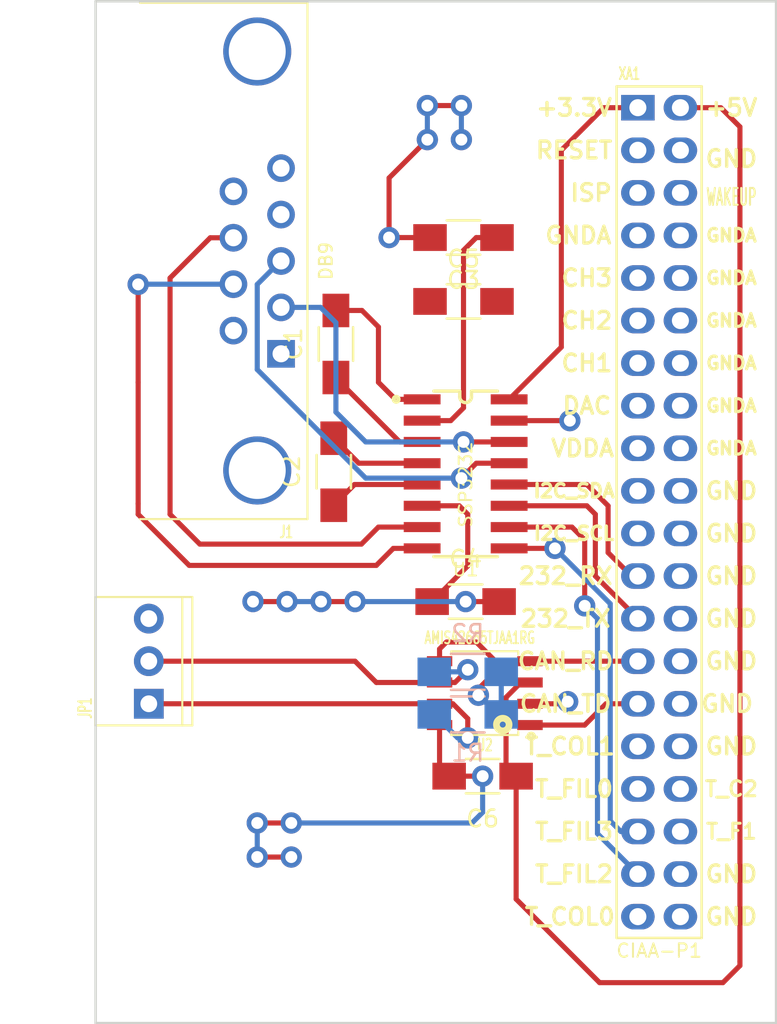
<source format=kicad_pcb>
(kicad_pcb (version 4) (host pcbnew 4.0.0-rc1-stable)

  (general
    (links 44)
    (no_connects 18)
    (area 145.748699 81.640699 192.480001 142.950001)
    (thickness 1.6)
    (drawings 4)
    (tracks 163)
    (zones 0)
    (modules 13)
    (nets 23)
  )

  (page A4)
  (layers
    (0 F.Cu signal)
    (31 B.Cu signal)
    (32 B.Adhes user)
    (33 F.Adhes user)
    (34 B.Paste user)
    (35 F.Paste user)
    (36 B.SilkS user)
    (37 F.SilkS user)
    (38 B.Mask user)
    (39 F.Mask user)
    (40 Dwgs.User user)
    (41 Cmts.User user)
    (42 Eco1.User user)
    (43 Eco2.User user)
    (44 Edge.Cuts user)
    (45 Margin user)
    (46 B.CrtYd user)
    (47 F.CrtYd user)
    (48 B.Fab user)
    (49 F.Fab user)
  )

  (setup
    (last_trace_width 0.3048)
    (trace_clearance 0.3048)
    (zone_clearance 0.508)
    (zone_45_only no)
    (trace_min 0.2)
    (segment_width 0.2)
    (edge_width 0.15)
    (via_size 1.27)
    (via_drill 0.7112)
    (via_min_size 0.4)
    (via_min_drill 0.3)
    (uvia_size 1.27)
    (uvia_drill 0.7112)
    (uvias_allowed no)
    (uvia_min_size 0.2)
    (uvia_min_drill 0.1)
    (pcb_text_width 0.3)
    (pcb_text_size 1.5 1.5)
    (mod_edge_width 0.15)
    (mod_text_size 1 1)
    (mod_text_width 0.15)
    (pad_size 1.524 1.524)
    (pad_drill 0.762)
    (pad_to_mask_clearance 0.2)
    (aux_axis_origin 0 0)
    (visible_elements 7FFFFFFF)
    (pcbplotparams
      (layerselection 0x00030_80000001)
      (usegerberextensions false)
      (excludeedgelayer true)
      (linewidth 0.100000)
      (plotframeref false)
      (viasonmask false)
      (mode 1)
      (useauxorigin false)
      (hpglpennumber 1)
      (hpglpenspeed 20)
      (hpglpendiameter 15)
      (hpglpenoverlay 2)
      (psnegative false)
      (psa4output false)
      (plotreference true)
      (plotvalue true)
      (plotinvisibletext false)
      (padsonsilk false)
      (subtractmaskfromsilk false)
      (outputformat 1)
      (mirror false)
      (drillshape 1)
      (scaleselection 1)
      (outputdirectory ""))
  )

  (net 0 "")
  (net 1 "Net-(C1-Pad1)")
  (net 2 "Net-(C1-Pad2)")
  (net 3 "Net-(C2-Pad1)")
  (net 4 "Net-(C2-Pad2)")
  (net 5 GND)
  (net 6 "Net-(C3-Pad2)")
  (net 7 "Net-(C4-Pad2)")
  (net 8 +3.3V)
  (net 9 +5V)
  (net 10 "Net-(J1-Pad2)")
  (net 11 "Net-(J1-Pad3)")
  (net 12 "Net-(J1-Pad7)")
  (net 13 "Net-(J1-Pad8)")
  (net 14 "/Conector Ycan/CAN_P")
  (net 15 "/Conector Ycan/CAN_N")
  (net 16 "Net-(R1-Pad2)")
  (net 17 "/Conector Ycan/RTS")
  (net 18 "/Conector Ycan/CTS")
  (net 19 "/Conector Ycan/RXD")
  (net 20 "/Conector Ycan/TXD")
  (net 21 "/Conector Ycan/CAN_TX")
  (net 22 "/Conector Ycan/CAN_RX")

  (net_class Default "This is the default net class."
    (clearance 0.3048)
    (trace_width 0.3048)
    (via_dia 1.27)
    (via_drill 0.7112)
    (uvia_dia 1.27)
    (uvia_drill 0.7112)
    (add_net +3.3V)
    (add_net +5V)
    (add_net "/Conector Ycan/CAN_N")
    (add_net "/Conector Ycan/CAN_P")
    (add_net "/Conector Ycan/CAN_RX")
    (add_net "/Conector Ycan/CAN_TX")
    (add_net "/Conector Ycan/CTS")
    (add_net "/Conector Ycan/RTS")
    (add_net "/Conector Ycan/RXD")
    (add_net "/Conector Ycan/TXD")
    (add_net GND)
    (add_net "Net-(C1-Pad1)")
    (add_net "Net-(C1-Pad2)")
    (add_net "Net-(C2-Pad1)")
    (add_net "Net-(C2-Pad2)")
    (add_net "Net-(C3-Pad2)")
    (add_net "Net-(C4-Pad2)")
    (add_net "Net-(J1-Pad2)")
    (add_net "Net-(J1-Pad3)")
    (add_net "Net-(J1-Pad7)")
    (add_net "Net-(J1-Pad8)")
    (add_net "Net-(R1-Pad2)")
  )

  (module ej2:DB9_F_TH (layer F.Cu) (tedit 565607B0) (tstamp 565E001A)
    (at 161.417 97.409 90)
    (path /565DDBF1/565E1AA8)
    (fp_text reference J1 (at -16.165 1.735 180) (layer F.SilkS)
      (effects (font (size 0.7112 0.4572) (thickness 0.1143)))
    )
    (fp_text value DB9 (at 0 4.1 90) (layer F.SilkS)
      (effects (font (size 0.762 0.762) (thickness 0.127)))
    )
    (fp_line (start 15.4 3) (end 15.4 -7) (layer F.SilkS) (width 0.127))
    (fp_line (start 15.4 -9.5) (end 15.4 -7) (layer Dwgs.User) (width 0.127))
    (fp_line (start -15.4 3) (end -15.4 -7) (layer F.SilkS) (width 0.127))
    (fp_line (start -15.4 -9.5) (end -15.4 -7) (layer Dwgs.User) (width 0.127))
    (fp_line (start -15.4 -9.1) (end 15.4 -9.1) (layer Dwgs.User) (width 0.127))
    (fp_arc (start -14.2 -14.3) (end -14.2 -14.5) (angle 90) (layer Dwgs.User) (width 0.127))
    (fp_arc (start -13.8 -14.3) (end -14 -14.3) (angle 90) (layer Dwgs.User) (width 0.127))
    (fp_arc (start -10.8 -14.3) (end -11 -14.3) (angle 90) (layer Dwgs.User) (width 0.127))
    (fp_arc (start -11.2 -14.3) (end -11.2 -14.5) (angle 90) (layer Dwgs.User) (width 0.127))
    (fp_arc (start 11.2 -14.3) (end 11 -14.3) (angle 90) (layer Dwgs.User) (width 0.127))
    (fp_arc (start 10.8 -14.3) (end 10.8 -14.5) (angle 90) (layer Dwgs.User) (width 0.127))
    (fp_arc (start 14.2 -14.3) (end 14 -14.3) (angle 90) (layer Dwgs.User) (width 0.127))
    (fp_arc (start 13.8 -14.3) (end 13.8 -14.5) (angle 90) (layer Dwgs.User) (width 0.127))
    (fp_line (start 10 -14.1) (end 10 -9.5) (layer Dwgs.User) (width 0.127))
    (fp_line (start 15 -14.1) (end 15 -9.5) (layer Dwgs.User) (width 0.127))
    (fp_line (start 10.4 -14.5) (end 14.6 -14.5) (layer Dwgs.User) (width 0.127))
    (fp_line (start -15 -14.1) (end -15 -9.5) (layer Dwgs.User) (width 0.127))
    (fp_line (start -10 -14.1) (end -10 -9.5) (layer Dwgs.User) (width 0.127))
    (fp_line (start -14.6 -14.5) (end -10.4 -14.5) (layer Dwgs.User) (width 0.127))
    (fp_arc (start -14.6 -14.1) (end -15 -14.1) (angle 90) (layer Dwgs.User) (width 0.127))
    (fp_arc (start -10.4 -14.1) (end -10.4 -14.5) (angle 90) (layer Dwgs.User) (width 0.127))
    (fp_arc (start 10.4 -14.1) (end 10 -14.1) (angle 90) (layer Dwgs.User) (width 0.127))
    (fp_arc (start 14.6 -14.1) (end 14.6 -14.5) (angle 90) (layer Dwgs.User) (width 0.127))
    (fp_line (start 14 -14.5) (end 14 -9.5) (layer Dwgs.User) (width 0.127))
    (fp_line (start 11 -14.5) (end 11 -9.5) (layer Dwgs.User) (width 0.127))
    (fp_line (start -11 -14.5) (end -11 -9.5) (layer Dwgs.User) (width 0.127))
    (fp_line (start -14 -14.5) (end -14 -9.5) (layer Dwgs.User) (width 0.127))
    (fp_line (start 7.8 -15.3) (end -7.8 -15.3) (layer Dwgs.User) (width 0.127))
    (fp_line (start 8.2 -14.9) (end 8.2 -9.5) (layer Dwgs.User) (width 0.127))
    (fp_line (start -8.2 -14.9) (end -8.2 -9.5) (layer Dwgs.User) (width 0.127))
    (fp_arc (start -7.8 -14.9) (end -8.2 -14.9) (angle 90) (layer Dwgs.User) (width 0.127))
    (fp_arc (start 7.8 -14.9) (end 7.8 -15.3) (angle 90) (layer Dwgs.User) (width 0.127))
    (fp_line (start 15.4 3) (end -15.4 3) (layer F.SilkS) (width 0.127))
    (fp_line (start -15.4 -9.5) (end 15.4 -9.5) (layer Dwgs.User) (width 0.127))
    (pad 1 thru_hole rect (at -5.5372 1.4224 90) (size 1.651 1.651) (drill 1.016) (layers *.Cu *.Mask))
    (pad 2 thru_hole circle (at -2.7686 1.4224 90) (size 1.651 1.651) (drill 1.016) (layers *.Cu *.Mask)
      (net 10 "Net-(J1-Pad2)"))
    (pad 3 thru_hole circle (at 0 1.4224 90) (size 1.651 1.651) (drill 1.016) (layers *.Cu *.Mask)
      (net 11 "Net-(J1-Pad3)"))
    (pad 4 thru_hole circle (at 2.7686 1.4224 90) (size 1.651 1.651) (drill 1.016) (layers *.Cu *.Mask))
    (pad 5 thru_hole circle (at 5.5372 1.4224 90) (size 1.651 1.651) (drill 1.016) (layers *.Cu *.Mask)
      (net 5 GND))
    (pad 6 thru_hole circle (at -4.1529 -1.4224 90) (size 1.651 1.651) (drill 1.016) (layers *.Cu *.Mask))
    (pad 7 thru_hole circle (at -1.3843 -1.4224 90) (size 1.651 1.651) (drill 1.016) (layers *.Cu *.Mask)
      (net 12 "Net-(J1-Pad7)"))
    (pad 8 thru_hole circle (at 1.3843 -1.4224 90) (size 1.651 1.651) (drill 1.016) (layers *.Cu *.Mask)
      (net 13 "Net-(J1-Pad8)"))
    (pad 9 thru_hole circle (at 4.1529 -1.4224 90) (size 1.651 1.651) (drill 1.016) (layers *.Cu *.Mask))
    (pad 10 thru_hole circle (at -12.4968 0 90) (size 4.064 4.064) (drill 3.4) (layers *.Cu *.Mask))
    (pad 11 thru_hole circle (at 12.4968 0 90) (size 4.064 4.064) (drill 3.4) (layers *.Cu *.Mask))
    (model ${KIPRJMOD}/ej2.3dshapes/db_9f.wrl
      (at (xyz 0 0.31 0))
      (scale (xyz 1 1.1 1))
      (rotate (xyz 0 0 180))
    )
  )

  (module ej2:CON_PALETA_3 (layer F.Cu) (tedit 55918D28) (tstamp 565E0021)
    (at 154.94 121.285 90)
    (path /565DDBB1/565DF92F)
    (fp_text reference JP1 (at -2.8 -3.8 90) (layer F.SilkS)
      (effects (font (size 0.762 0.4572) (thickness 0.127)))
    )
    (fp_text value CONN_3 (at 0 3.3 90) (layer F.Fab)
      (effects (font (size 0.762 0.4572) (thickness 0.127)))
    )
    (fp_line (start 3.83 -3.2) (end 3.83 2.6) (layer F.SilkS) (width 0.127))
    (fp_line (start -3.83 -3.2) (end 3.83 -3.2) (layer F.SilkS) (width 0.127))
    (fp_line (start -3.83 2.6) (end -3.83 -3.2) (layer F.SilkS) (width 0.127))
    (fp_line (start 3.83 2.6) (end -3.83 2.6) (layer F.SilkS) (width 0.127))
    (fp_line (start 3.83 2) (end -3.83 2) (layer F.SilkS) (width 0.127))
    (pad 1 thru_hole rect (at -2.54 0 90) (size 1.778 1.778) (drill 1) (layers *.Cu *.Mask)
      (net 14 "/Conector Ycan/CAN_P"))
    (pad 2 thru_hole circle (at 0 0 90) (size 1.778 1.778) (drill 1) (layers *.Cu *.Mask)
      (net 15 "/Conector Ycan/CAN_N"))
    (pad 3 thru_hole circle (at 2.54 0 90) (size 1.778 1.778) (drill 1) (layers *.Cu *.Mask)
      (net 5 GND))
    (model ${KIPRJMOD}/ej2.3dshapes/CON_PALETA_3.wrl
      (at (xyz 0 0.012 0))
      (scale (xyz 0.395 0.395 0.395))
      (rotate (xyz 0 0 180))
    )
  )

  (module ej2:R_1206_HandSoldering (layer B.Cu) (tedit 5418A20D) (tstamp 565E0027)
    (at 173.99 124.46)
    (descr "Resistor SMD 1206, hand soldering")
    (tags "resistor 1206")
    (path /565DDBB1/565DFA07)
    (attr smd)
    (fp_text reference R1 (at 0 2.3) (layer B.SilkS)
      (effects (font (size 1 1) (thickness 0.15)) (justify mirror))
    )
    (fp_text value R (at 0 -2.3) (layer B.Fab)
      (effects (font (size 1 1) (thickness 0.15)) (justify mirror))
    )
    (fp_line (start -3.3 1.2) (end 3.3 1.2) (layer B.CrtYd) (width 0.05))
    (fp_line (start -3.3 -1.2) (end 3.3 -1.2) (layer B.CrtYd) (width 0.05))
    (fp_line (start -3.3 1.2) (end -3.3 -1.2) (layer B.CrtYd) (width 0.05))
    (fp_line (start 3.3 1.2) (end 3.3 -1.2) (layer B.CrtYd) (width 0.05))
    (fp_line (start 1 -1.075) (end -1 -1.075) (layer B.SilkS) (width 0.15))
    (fp_line (start -1 1.075) (end 1 1.075) (layer B.SilkS) (width 0.15))
    (pad 1 smd rect (at -2 0) (size 2 1.7) (layers B.Cu B.Paste B.Mask)
      (net 14 "/Conector Ycan/CAN_P"))
    (pad 2 smd rect (at 2 0) (size 2 1.7) (layers B.Cu B.Paste B.Mask)
      (net 16 "Net-(R1-Pad2)"))
    (model Resistors_SMD.3dshapes/R_1206_HandSoldering.wrl
      (at (xyz 0 0 0))
      (scale (xyz 1 1 1))
      (rotate (xyz 0 0 0))
    )
  )

  (module ej2:R_1206_HandSoldering (layer B.Cu) (tedit 5418A20D) (tstamp 565E002D)
    (at 173.99 121.92 180)
    (descr "Resistor SMD 1206, hand soldering")
    (tags "resistor 1206")
    (path /565DDBB1/565DFA4C)
    (attr smd)
    (fp_text reference R2 (at 0 2.3 180) (layer B.SilkS)
      (effects (font (size 1 1) (thickness 0.15)) (justify mirror))
    )
    (fp_text value R (at 0 -2.3 180) (layer B.Fab)
      (effects (font (size 1 1) (thickness 0.15)) (justify mirror))
    )
    (fp_line (start -3.3 1.2) (end 3.3 1.2) (layer B.CrtYd) (width 0.05))
    (fp_line (start -3.3 -1.2) (end 3.3 -1.2) (layer B.CrtYd) (width 0.05))
    (fp_line (start -3.3 1.2) (end -3.3 -1.2) (layer B.CrtYd) (width 0.05))
    (fp_line (start 3.3 1.2) (end 3.3 -1.2) (layer B.CrtYd) (width 0.05))
    (fp_line (start 1 -1.075) (end -1 -1.075) (layer B.SilkS) (width 0.15))
    (fp_line (start -1 1.075) (end 1 1.075) (layer B.SilkS) (width 0.15))
    (pad 1 smd rect (at -2 0 180) (size 2 1.7) (layers B.Cu B.Paste B.Mask)
      (net 16 "Net-(R1-Pad2)"))
    (pad 2 smd rect (at 2 0 180) (size 2 1.7) (layers B.Cu B.Paste B.Mask)
      (net 15 "/Conector Ycan/CAN_N"))
    (model Resistors_SMD.3dshapes/R_1206_HandSoldering.wrl
      (at (xyz 0 0 0))
      (scale (xyz 1 1 1))
      (rotate (xyz 0 0 0))
    )
  )

  (module ej2:SP3232ECN-SOIC16N (layer F.Cu) (tedit 5656340C) (tstamp 565E0041)
    (at 173.863 110.109 270)
    (descr "SMALL OUTLINE INTEGRATED CIRCUIT")
    (tags "SMALL OUTLINE INTEGRATED CIRCUIT")
    (path /565DDBF1/565DEAC9)
    (attr smd)
    (fp_text reference U1 (at 5.715 0 360) (layer F.SilkS)
      (effects (font (size 0.762 0.762) (thickness 0.1143)))
    )
    (fp_text value SSP3232 (at 0.635 0 270) (layer F.SilkS)
      (effects (font (size 0.762 0.762) (thickness 0.1143)))
    )
    (fp_line (start -4.6 0.35) (end -4.9 0.35) (layer F.SilkS) (width 0.2032))
    (fp_line (start -4.6 -0.35) (end -4.9 -0.35) (layer F.SilkS) (width 0.2032))
    (fp_arc (start -4.6 0) (end -4.6 -0.35) (angle 180) (layer F.SilkS) (width 0.2032))
    (fp_circle (center -4.45 4.15) (end -4.35 4.05) (layer F.SilkS) (width 0.254))
    (fp_line (start -4.93776 1.89992) (end -4.93776 0.35) (layer F.SilkS) (width 0.2032))
    (fp_line (start -4.93776 -0.35) (end -4.93776 -1.89992) (layer F.SilkS) (width 0.2032))
    (fp_line (start 4.93776 -1.89992) (end 4.93776 1.39954) (layer F.SilkS) (width 0.2032))
    (fp_line (start 4.93776 1.39954) (end 4.93776 1.89992) (layer F.SilkS) (width 0.2032))
    (pad 1 smd rect (at -4.445 2.59842 270) (size 0.59944 2.19964) (layers F.Cu F.Paste F.Mask)
      (net 1 "Net-(C1-Pad1)"))
    (pad 2 smd rect (at -3.175 2.59842 270) (size 0.59944 2.19964) (layers F.Cu F.Paste F.Mask)
      (net 6 "Net-(C3-Pad2)"))
    (pad 3 smd rect (at -1.905 2.59842 270) (size 0.59944 2.19964) (layers F.Cu F.Paste F.Mask)
      (net 2 "Net-(C1-Pad2)"))
    (pad 4 smd rect (at -0.635 2.59842 270) (size 0.59944 2.19964) (layers F.Cu F.Paste F.Mask)
      (net 3 "Net-(C2-Pad1)"))
    (pad 5 smd rect (at 0.635 2.59842 270) (size 0.59944 2.19964) (layers F.Cu F.Paste F.Mask)
      (net 4 "Net-(C2-Pad2)"))
    (pad 6 smd rect (at 1.905 2.59842 270) (size 0.59944 2.19964) (layers F.Cu F.Paste F.Mask)
      (net 7 "Net-(C4-Pad2)"))
    (pad 7 smd rect (at 3.175 2.59842 270) (size 0.59944 2.19964) (layers F.Cu F.Paste F.Mask)
      (net 13 "Net-(J1-Pad8)"))
    (pad 8 smd rect (at 4.445 2.59842 270) (size 0.59944 2.19964) (layers F.Cu F.Paste F.Mask)
      (net 12 "Net-(J1-Pad7)"))
    (pad 9 smd rect (at 4.445 -2.59842 270) (size 0.59944 2.19964) (layers F.Cu F.Paste F.Mask)
      (net 17 "/Conector Ycan/RTS"))
    (pad 10 smd rect (at 3.175 -2.59842 270) (size 0.59944 2.19964) (layers F.Cu F.Paste F.Mask)
      (net 18 "/Conector Ycan/CTS"))
    (pad 11 smd rect (at 1.905 -2.59842 270) (size 0.59944 2.19964) (layers F.Cu F.Paste F.Mask)
      (net 19 "/Conector Ycan/RXD"))
    (pad 12 smd rect (at 0.635 -2.59842 270) (size 0.59944 2.19964) (layers F.Cu F.Paste F.Mask)
      (net 20 "/Conector Ycan/TXD"))
    (pad 13 smd rect (at -0.635 -2.59842 270) (size 0.59944 2.19964) (layers F.Cu F.Paste F.Mask)
      (net 11 "Net-(J1-Pad3)"))
    (pad 14 smd rect (at -1.905 -2.59842 270) (size 0.59944 2.19964) (layers F.Cu F.Paste F.Mask)
      (net 10 "Net-(J1-Pad2)"))
    (pad 15 smd rect (at -3.175 -2.59842 270) (size 0.59944 2.19964) (layers F.Cu F.Paste F.Mask)
      (net 5 GND))
    (pad 16 smd rect (at -4.445 -2.59842 270) (size 0.59944 2.19964) (layers F.Cu F.Paste F.Mask)
      (net 8 +3.3V))
    (model ${KIPRJMOD}/ej2.3dshapes/so-16.wrl
      (at (xyz 0 0 0))
      (scale (xyz 1 1 1))
      (rotate (xyz 0 0 0))
    )
  )

  (module ej2:SOIC-8 (layer F.Cu) (tedit 53B412FC) (tstamp 565E004D)
    (at 175.006 123.19 180)
    (descr SO-8)
    (path /565DDBB1/565DFA77)
    (fp_text reference U2 (at 0 -3.1 180) (layer F.SilkS)
      (effects (font (size 0.7112 0.4572) (thickness 0.1143)))
    )
    (fp_text value AMIS42665TJAA1RG (at 0.3 3.3 180) (layer F.SilkS)
      (effects (font (size 0.7112 0.4572) (thickness 0.1143)))
    )
    (fp_line (start -2 -2.5) (end -2 -2.3) (layer F.SilkS) (width 0.127))
    (fp_line (start -2 2.5) (end -2 2.3) (layer F.SilkS) (width 0.127))
    (fp_line (start 2 2.5) (end 2 2.3) (layer F.SilkS) (width 0.127))
    (fp_line (start 2 -2.5) (end 2 -2.3) (layer F.SilkS) (width 0.127))
    (fp_circle (center -2.7746 -2.5764) (end -2.8 -2.5) (layer F.SilkS) (width 0.2032))
    (fp_line (start 2 -2.5) (end -2 -2.5) (layer F.SilkS) (width 0.127))
    (fp_line (start -2 2.5) (end 2 2.5) (layer F.SilkS) (width 0.127))
    (fp_circle (center -1.0746 -1.8764) (end -1.1 -1.7) (layer F.SilkS) (width 0.4))
    (pad 1 smd rect (at -2.7 -1.905 90) (size 0.6 1.52) (layers F.Cu F.Paste F.Mask)
      (net 21 "/Conector Ycan/CAN_TX"))
    (pad 2 smd rect (at -2.7 -0.635 90) (size 0.6 1.52) (layers F.Cu F.Paste F.Mask)
      (net 5 GND))
    (pad 3 smd rect (at -2.7 0.635 90) (size 0.6 1.52) (layers F.Cu F.Paste F.Mask)
      (net 9 +5V))
    (pad 4 smd rect (at -2.7 1.905 90) (size 0.6 1.52) (layers F.Cu F.Paste F.Mask)
      (net 22 "/Conector Ycan/CAN_RX"))
    (pad 5 smd rect (at 2.7 1.905 90) (size 0.6 1.52) (layers F.Cu F.Paste F.Mask)
      (net 16 "Net-(R1-Pad2)"))
    (pad 6 smd rect (at 2.7 0.635 90) (size 0.6 1.52) (layers F.Cu F.Paste F.Mask)
      (net 15 "/Conector Ycan/CAN_N"))
    (pad 7 smd rect (at 2.7 -0.635 90) (size 0.6 1.52) (layers F.Cu F.Paste F.Mask)
      (net 14 "/Conector Ycan/CAN_P"))
    (pad 8 smd rect (at 2.7 -1.905 90) (size 0.6 1.52) (layers F.Cu F.Paste F.Mask)
      (net 5 GND))
    (model ${KIPRJMOD}/ej2.3dshapes/so-8.wrl
      (at (xyz 0 0 0))
      (scale (xyz 1 1 1))
      (rotate (xyz 0 0 90))
    )
  )

  (module ej2:Conn_Poncho_Derecha (layer F.Cu) (tedit 565779F5) (tstamp 565E0079)
    (at 184.15 88.265)
    (tags "CONN Poncho")
    (path /565DDBB1/565DF3F5)
    (fp_text reference XA1 (at -0.508 -2.032) (layer F.SilkS)
      (effects (font (size 0.7112 0.4572) (thickness 0.1143)))
    )
    (fp_text value Conn_Poncho2P_2x_20x2 (at -1.905 51.181) (layer F.SilkS) hide
      (effects (font (size 0.7112 0.4572) (thickness 0.1143)))
    )
    (fp_text user GND (at 5.588 48.26) (layer F.SilkS)
      (effects (font (size 1 1) (thickness 0.2)))
    )
    (fp_text user GND (at 5.588 45.72) (layer F.SilkS)
      (effects (font (size 1 1) (thickness 0.2)))
    )
    (fp_text user T_F1 (at 5.588 43.18) (layer F.SilkS)
      (effects (font (size 0.9 0.9) (thickness 0.18)))
    )
    (fp_text user T_C2 (at 5.588 40.64) (layer F.SilkS)
      (effects (font (size 0.9 0.9) (thickness 0.18)))
    )
    (fp_text user GND (at 5.588 38.1) (layer F.SilkS)
      (effects (font (size 1 1) (thickness 0.2)))
    )
    (fp_text user GND (at 5.334 35.56) (layer F.SilkS)
      (effects (font (size 1 1) (thickness 0.2)))
    )
    (fp_text user GND (at 5.588 33.02) (layer F.SilkS)
      (effects (font (size 1 1) (thickness 0.2)))
    )
    (fp_text user GND (at 5.588 30.48) (layer F.SilkS)
      (effects (font (size 1 1) (thickness 0.2)))
    )
    (fp_text user GND (at 5.588 27.94) (layer F.SilkS)
      (effects (font (size 1 1) (thickness 0.2)))
    )
    (fp_text user GND (at 5.588 25.4) (layer F.SilkS)
      (effects (font (size 1 1) (thickness 0.2)))
    )
    (fp_text user GND (at 5.588 22.86) (layer F.SilkS)
      (effects (font (size 1 1) (thickness 0.2)))
    )
    (fp_text user GNDA (at 5.588 20.32) (layer F.SilkS)
      (effects (font (size 0.76 0.76) (thickness 0.19)))
    )
    (fp_text user GNDA (at 5.588 17.78) (layer F.SilkS)
      (effects (font (size 0.76 0.76) (thickness 0.19)))
    )
    (fp_text user GNDA (at 5.588 15.24) (layer F.SilkS)
      (effects (font (size 0.76 0.76) (thickness 0.19)))
    )
    (fp_text user GNDA (at 5.588 12.7) (layer F.SilkS)
      (effects (font (size 0.76 0.76) (thickness 0.19)))
    )
    (fp_text user GNDA (at 5.588 10.16) (layer F.SilkS)
      (effects (font (size 0.76 0.76) (thickness 0.19)))
    )
    (fp_text user GNDA (at 5.588 7.62) (layer F.SilkS)
      (effects (font (size 0.76 0.76) (thickness 0.19)))
    )
    (fp_text user WAKEUP (at 5.588 5.334) (layer F.SilkS)
      (effects (font (size 1 0.5) (thickness 0.125)))
    )
    (fp_text user GND (at 5.588 3.048) (layer F.SilkS)
      (effects (font (size 1 1) (thickness 0.2)))
    )
    (fp_text user +5V (at 5.588 0) (layer F.SilkS)
      (effects (font (size 1 1) (thickness 0.2)))
    )
    (fp_text user T_COL0 (at -4.064 48.26) (layer F.SilkS)
      (effects (font (size 1 1) (thickness 0.2)))
    )
    (fp_text user T_FIL2 (at -3.81 45.72) (layer F.SilkS)
      (effects (font (size 1 1) (thickness 0.2)))
    )
    (fp_text user T_FIL3 (at -3.81 43.18) (layer F.SilkS)
      (effects (font (size 1 1) (thickness 0.2)))
    )
    (fp_text user T_FIL0 (at -3.81 40.64) (layer F.SilkS)
      (effects (font (size 1 1) (thickness 0.2)))
    )
    (fp_text user T_COL1 (at -4.064 38.1) (layer F.SilkS)
      (effects (font (size 1 1) (thickness 0.2)))
    )
    (fp_text user CAN_TD (at -4.318 35.56) (layer F.SilkS)
      (effects (font (size 1 1) (thickness 0.2)))
    )
    (fp_text user CAN_RD (at -4.318 33.02) (layer F.SilkS)
      (effects (font (size 1 1) (thickness 0.2)))
    )
    (fp_text user 232_TX (at -4.318 30.48) (layer F.SilkS)
      (effects (font (size 1 1) (thickness 0.2)))
    )
    (fp_text user 232_RX (at -4.318 27.94) (layer F.SilkS)
      (effects (font (size 1 1) (thickness 0.2)))
    )
    (fp_text user I2C_SCL (at -3.81 25.4) (layer F.SilkS)
      (effects (font (size 0.8 0.8) (thickness 0.2)))
    )
    (fp_text user I2C_SDA (at -3.81 22.86) (layer F.SilkS)
      (effects (font (size 0.8 0.8) (thickness 0.2)))
    )
    (fp_text user VDDA (at -3.302 20.32) (layer F.SilkS)
      (effects (font (size 1 1) (thickness 0.2)))
    )
    (fp_text user DAC (at -3.048 17.78) (layer F.SilkS)
      (effects (font (size 1 1) (thickness 0.2)))
    )
    (fp_text user CH1 (at -3.048 15.24) (layer F.SilkS)
      (effects (font (size 1 1) (thickness 0.2)))
    )
    (fp_text user CH2 (at -3.048 12.7) (layer F.SilkS)
      (effects (font (size 1 1) (thickness 0.2)))
    )
    (fp_text user CH3 (at -3.048 10.16) (layer F.SilkS)
      (effects (font (size 1 1) (thickness 0.2)))
    )
    (fp_text user GNDA (at -3.556 7.62) (layer F.SilkS)
      (effects (font (size 1 1) (thickness 0.2)))
    )
    (fp_text user ISP (at -2.794 5.08) (layer F.SilkS)
      (effects (font (size 1 1) (thickness 0.2)))
    )
    (fp_text user RESET (at -3.81 2.54) (layer F.SilkS)
      (effects (font (size 1 1) (thickness 0.2)))
    )
    (fp_text user CIAA-P1 (at 1.27 50.292) (layer F.SilkS)
      (effects (font (size 0.8 0.8) (thickness 0.12)))
    )
    (fp_text user +3.3V (at -3.81 0) (layer F.SilkS)
      (effects (font (size 1 1) (thickness 0.2)))
    )
    (fp_line (start -1.27 49.53) (end -1.27 -1.27) (layer F.SilkS) (width 0.15))
    (fp_line (start 3.81 49.53) (end 3.81 -1.27) (layer F.SilkS) (width 0.15))
    (fp_line (start 3.81 49.53) (end -1.27 49.53) (layer F.SilkS) (width 0.15))
    (fp_line (start 3.81 -1.27) (end -1.27 -1.27) (layer F.SilkS) (width 0.15))
    (pad 1 thru_hole rect (at 0 0 270) (size 1.524 2) (drill 1.016) (layers *.Cu *.Mask)
      (net 8 +3.3V))
    (pad 2 thru_hole oval (at 2.54 0 270) (size 1.524 2) (drill 1.016) (layers *.Cu *.Mask)
      (net 9 +5V))
    (pad 11 thru_hole oval (at 0 12.7 270) (size 1.524 2) (drill 1.016) (layers *.Cu *.Mask))
    (pad 4 thru_hole oval (at 2.54 2.54 270) (size 1.524 2) (drill 1.016) (layers *.Cu *.Mask)
      (net 5 GND))
    (pad 13 thru_hole oval (at 0 15.24 270) (size 1.524 2) (drill 1.016) (layers *.Cu *.Mask))
    (pad 6 thru_hole oval (at 2.54 5.08 270) (size 1.524 2) (drill 1.016) (layers *.Cu *.Mask))
    (pad 15 thru_hole oval (at 0 17.78 270) (size 1.524 2) (drill 1.016) (layers *.Cu *.Mask))
    (pad 8 thru_hole oval (at 2.54 7.62 270) (size 1.524 2) (drill 1.016) (layers *.Cu *.Mask))
    (pad 17 thru_hole oval (at 0 20.32 270) (size 1.524 2) (drill 1.016) (layers *.Cu *.Mask))
    (pad 10 thru_hole oval (at 2.54 10.16 270) (size 1.524 2) (drill 1.016) (layers *.Cu *.Mask))
    (pad 19 thru_hole oval (at 0 22.86 270) (size 1.524 2) (drill 1.016) (layers *.Cu *.Mask))
    (pad 12 thru_hole oval (at 2.54 12.7 270) (size 1.524 2) (drill 1.016) (layers *.Cu *.Mask))
    (pad 21 thru_hole oval (at 0 25.4 270) (size 1.524 2) (drill 1.016) (layers *.Cu *.Mask))
    (pad 14 thru_hole oval (at 2.54 15.24 270) (size 1.524 2) (drill 1.016) (layers *.Cu *.Mask))
    (pad 23 thru_hole oval (at 0 27.94 270) (size 1.524 2) (drill 1.016) (layers *.Cu *.Mask)
      (net 20 "/Conector Ycan/TXD"))
    (pad 16 thru_hole oval (at 2.54 17.78 270) (size 1.524 2) (drill 1.016) (layers *.Cu *.Mask))
    (pad 25 thru_hole oval (at 0 30.48 270) (size 1.524 2) (drill 1.016) (layers *.Cu *.Mask)
      (net 19 "/Conector Ycan/RXD"))
    (pad 18 thru_hole oval (at 2.54 20.32 270) (size 1.524 2) (drill 1.016) (layers *.Cu *.Mask))
    (pad 27 thru_hole oval (at 0 33.02 270) (size 1.524 2) (drill 1.016) (layers *.Cu *.Mask)
      (net 22 "/Conector Ycan/CAN_RX"))
    (pad 20 thru_hole oval (at 2.54 22.86 270) (size 1.524 2) (drill 1.016) (layers *.Cu *.Mask)
      (net 5 GND))
    (pad 29 thru_hole oval (at 0 35.56 270) (size 1.524 2) (drill 1.016) (layers *.Cu *.Mask)
      (net 21 "/Conector Ycan/CAN_TX"))
    (pad 22 thru_hole oval (at 2.54 25.4 270) (size 1.524 2) (drill 1.016) (layers *.Cu *.Mask)
      (net 5 GND))
    (pad 31 thru_hole oval (at 0 38.1 270) (size 1.524 2) (drill 1.016) (layers *.Cu *.Mask))
    (pad 24 thru_hole oval (at 2.54 27.94 270) (size 1.524 2) (drill 1.016) (layers *.Cu *.Mask)
      (net 5 GND))
    (pad 26 thru_hole oval (at 2.54 30.48 270) (size 1.524 2) (drill 1.016) (layers *.Cu *.Mask)
      (net 5 GND))
    (pad 33 thru_hole oval (at 0 40.64 270) (size 1.524 2) (drill 1.016) (layers *.Cu *.Mask))
    (pad 28 thru_hole oval (at 2.54 33.02 270) (size 1.524 2) (drill 1.016) (layers *.Cu *.Mask)
      (net 5 GND))
    (pad 32 thru_hole oval (at 2.54 38.1 270) (size 1.524 2) (drill 1.016) (layers *.Cu *.Mask)
      (net 5 GND))
    (pad 34 thru_hole oval (at 2.54 40.64 270) (size 1.524 2) (drill 1.016) (layers *.Cu *.Mask))
    (pad 36 thru_hole oval (at 2.54 43.18 270) (size 1.524 2) (drill 1.016) (layers *.Cu *.Mask))
    (pad 38 thru_hole oval (at 2.54 45.72 270) (size 1.524 2) (drill 1.016) (layers *.Cu *.Mask)
      (net 5 GND))
    (pad 35 thru_hole oval (at 0 43.18 270) (size 1.524 2) (drill 1.016) (layers *.Cu *.Mask)
      (net 17 "/Conector Ycan/RTS"))
    (pad 37 thru_hole oval (at 0 45.72 270) (size 1.524 2) (drill 1.016) (layers *.Cu *.Mask)
      (net 18 "/Conector Ycan/CTS"))
    (pad 3 thru_hole oval (at 0 2.54 270) (size 1.524 2) (drill 1.016) (layers *.Cu *.Mask))
    (pad 5 thru_hole oval (at 0 5.08 270) (size 1.524 2) (drill 1.016) (layers *.Cu *.Mask))
    (pad 7 thru_hole oval (at 0 7.62 270) (size 1.524 2) (drill 1.016) (layers *.Cu *.Mask))
    (pad 9 thru_hole oval (at 0 10.16 270) (size 1.524 2) (drill 1.016) (layers *.Cu *.Mask))
    (pad 39 thru_hole oval (at 0 48.26 270) (size 1.524 2) (drill 1.016) (layers *.Cu *.Mask))
    (pad 40 thru_hole oval (at 2.54 48.26 270) (size 1.524 2) (drill 1.016) (layers *.Cu *.Mask)
      (net 5 GND))
    (pad 30 thru_hole oval (at 2.54 35.56 270) (size 1.524 2) (drill 1.016) (layers *.Cu *.Mask)
      (net 5 GND))
    (model ${KIPRJMOD}/ej2.3dshapes/pin_strip_20x2.wrl
      (at (xyz 0.05 -0.95 -0.063))
      (scale (xyz 1 1 1))
      (rotate (xyz 180 0 90))
    )
  )

  (module ej2:C_1206_HandSoldering (layer F.Cu) (tedit 565E0907) (tstamp 565E0A02)
    (at 166.116 102.362 270)
    (path /565DDBF1/565E1A50)
    (fp_text reference C1 (at 0 2.54 270) (layer F.SilkS)
      (effects (font (size 1 1) (thickness 0.15)))
    )
    (fp_text value C (at 0 -2.54 270) (layer F.Fab)
      (effects (font (size 1 1) (thickness 0.15)))
    )
    (fp_line (start 3.3 -1.15) (end 3.3 1.15) (layer F.CrtYd) (width 0.15))
    (fp_line (start -3.3 1.15) (end 3.3 1.15) (layer F.CrtYd) (width 0.15))
    (fp_line (start -3.3 -1.15) (end -3.3 1.15) (layer F.CrtYd) (width 0.15))
    (fp_line (start -3.3 -1.15) (end 3.3 -1.15) (layer F.CrtYd) (width 0.15))
    (fp_line (start 1 1.025) (end -1 1.025) (layer F.SilkS) (width 0.15))
    (fp_line (start 1 -1.025) (end -1 -1.025) (layer F.SilkS) (width 0.15))
    (pad 1 smd rect (at -2 0 270) (size 2 1.6) (layers F.Cu F.Paste F.Mask)
      (net 1 "Net-(C1-Pad1)"))
    (pad 2 smd rect (at 2 0 270) (size 2 1.6) (layers F.Cu F.Paste F.Mask)
      (net 2 "Net-(C1-Pad2)"))
  )

  (module ej2:C_1206_HandSoldering (layer F.Cu) (tedit 565E0907) (tstamp 565E0A0D)
    (at 165.989 109.982 270)
    (path /565DDBF1/565E1A87)
    (fp_text reference C2 (at 0 2.54 270) (layer F.SilkS)
      (effects (font (size 1 1) (thickness 0.15)))
    )
    (fp_text value C (at 0 -2.54 270) (layer F.Fab)
      (effects (font (size 1 1) (thickness 0.15)))
    )
    (fp_line (start 3.3 -1.15) (end 3.3 1.15) (layer F.CrtYd) (width 0.15))
    (fp_line (start -3.3 1.15) (end 3.3 1.15) (layer F.CrtYd) (width 0.15))
    (fp_line (start -3.3 -1.15) (end -3.3 1.15) (layer F.CrtYd) (width 0.15))
    (fp_line (start -3.3 -1.15) (end 3.3 -1.15) (layer F.CrtYd) (width 0.15))
    (fp_line (start 1 1.025) (end -1 1.025) (layer F.SilkS) (width 0.15))
    (fp_line (start 1 -1.025) (end -1 -1.025) (layer F.SilkS) (width 0.15))
    (pad 1 smd rect (at -2 0 270) (size 2 1.6) (layers F.Cu F.Paste F.Mask)
      (net 3 "Net-(C2-Pad1)"))
    (pad 2 smd rect (at 2 0 270) (size 2 1.6) (layers F.Cu F.Paste F.Mask)
      (net 4 "Net-(C2-Pad2)"))
  )

  (module ej2:C_1206_HandSoldering (layer F.Cu) (tedit 565E0907) (tstamp 565E0A23)
    (at 173.863 117.729 180)
    (path /565DDBF1/565E1A1F)
    (fp_text reference C4 (at 0 2.54 180) (layer F.SilkS)
      (effects (font (size 1 1) (thickness 0.15)))
    )
    (fp_text value C (at 0 -2.54 180) (layer F.Fab)
      (effects (font (size 1 1) (thickness 0.15)))
    )
    (fp_line (start 3.3 -1.15) (end 3.3 1.15) (layer F.CrtYd) (width 0.15))
    (fp_line (start -3.3 1.15) (end 3.3 1.15) (layer F.CrtYd) (width 0.15))
    (fp_line (start -3.3 -1.15) (end -3.3 1.15) (layer F.CrtYd) (width 0.15))
    (fp_line (start -3.3 -1.15) (end 3.3 -1.15) (layer F.CrtYd) (width 0.15))
    (fp_line (start 1 1.025) (end -1 1.025) (layer F.SilkS) (width 0.15))
    (fp_line (start 1 -1.025) (end -1 -1.025) (layer F.SilkS) (width 0.15))
    (pad 1 smd rect (at -2 0 180) (size 2 1.6) (layers F.Cu F.Paste F.Mask)
      (net 5 GND))
    (pad 2 smd rect (at 2 0 180) (size 2 1.6) (layers F.Cu F.Paste F.Mask)
      (net 7 "Net-(C4-Pad2)"))
  )

  (module ej2:C_1206_HandSoldering (layer F.Cu) (tedit 565E0907) (tstamp 565E0A39)
    (at 174.879 128.143)
    (path /565DDBB1/565DFB59)
    (fp_text reference C6 (at 0 2.54) (layer F.SilkS)
      (effects (font (size 1 1) (thickness 0.15)))
    )
    (fp_text value C (at 0 -2.54) (layer F.Fab)
      (effects (font (size 1 1) (thickness 0.15)))
    )
    (fp_line (start 3.3 -1.15) (end 3.3 1.15) (layer F.CrtYd) (width 0.15))
    (fp_line (start -3.3 1.15) (end 3.3 1.15) (layer F.CrtYd) (width 0.15))
    (fp_line (start -3.3 -1.15) (end -3.3 1.15) (layer F.CrtYd) (width 0.15))
    (fp_line (start -3.3 -1.15) (end 3.3 -1.15) (layer F.CrtYd) (width 0.15))
    (fp_line (start 1 1.025) (end -1 1.025) (layer F.SilkS) (width 0.15))
    (fp_line (start 1 -1.025) (end -1 -1.025) (layer F.SilkS) (width 0.15))
    (pad 1 smd rect (at -2 0) (size 2 1.6) (layers F.Cu F.Paste F.Mask)
      (net 5 GND))
    (pad 2 smd rect (at 2 0) (size 2 1.6) (layers F.Cu F.Paste F.Mask)
      (net 9 +5V))
  )

  (module ej2:C_1206_HandSoldering (layer F.Cu) (tedit 565E0907) (tstamp 565E1240)
    (at 173.736 96.012)
    (path /565DDBF1/565E19E4)
    (fp_text reference C3 (at 0 2.54) (layer F.SilkS)
      (effects (font (size 1 1) (thickness 0.15)))
    )
    (fp_text value C (at 0 -2.54) (layer F.Fab)
      (effects (font (size 1 1) (thickness 0.15)))
    )
    (fp_line (start 3.3 -1.15) (end 3.3 1.15) (layer F.CrtYd) (width 0.15))
    (fp_line (start -3.3 1.15) (end 3.3 1.15) (layer F.CrtYd) (width 0.15))
    (fp_line (start -3.3 -1.15) (end -3.3 1.15) (layer F.CrtYd) (width 0.15))
    (fp_line (start -3.3 -1.15) (end 3.3 -1.15) (layer F.CrtYd) (width 0.15))
    (fp_line (start 1 1.025) (end -1 1.025) (layer F.SilkS) (width 0.15))
    (fp_line (start 1 -1.025) (end -1 -1.025) (layer F.SilkS) (width 0.15))
    (pad 1 smd rect (at -2 0) (size 2 1.6) (layers F.Cu F.Paste F.Mask)
      (net 5 GND))
    (pad 2 smd rect (at 2 0) (size 2 1.6) (layers F.Cu F.Paste F.Mask)
      (net 6 "Net-(C3-Pad2)"))
  )

  (module ej2:C_1206_HandSoldering (layer F.Cu) (tedit 565E0907) (tstamp 565E124C)
    (at 173.736 99.822 180)
    (path /565DDBF1/565E1931)
    (fp_text reference C5 (at 0 2.54 180) (layer F.SilkS)
      (effects (font (size 1 1) (thickness 0.15)))
    )
    (fp_text value C (at 0 -2.54 180) (layer F.Fab)
      (effects (font (size 1 1) (thickness 0.15)))
    )
    (fp_line (start 3.3 -1.15) (end 3.3 1.15) (layer F.CrtYd) (width 0.15))
    (fp_line (start -3.3 1.15) (end 3.3 1.15) (layer F.CrtYd) (width 0.15))
    (fp_line (start -3.3 -1.15) (end -3.3 1.15) (layer F.CrtYd) (width 0.15))
    (fp_line (start -3.3 -1.15) (end 3.3 -1.15) (layer F.CrtYd) (width 0.15))
    (fp_line (start 1 1.025) (end -1 1.025) (layer F.SilkS) (width 0.15))
    (fp_line (start 1 -1.025) (end -1 -1.025) (layer F.SilkS) (width 0.15))
    (pad 1 smd rect (at -2 0 180) (size 2 1.6) (layers F.Cu F.Paste F.Mask)
      (net 5 GND))
    (pad 2 smd rect (at 2 0 180) (size 2 1.6) (layers F.Cu F.Paste F.Mask)
      (net 8 +3.3V))
  )

  (gr_line (start 151.765 142.875) (end 192.405 142.875) (angle 90) (layer Edge.Cuts) (width 0.15))
  (gr_line (start 151.765 81.915) (end 151.765 142.875) (angle 90) (layer Edge.Cuts) (width 0.15))
  (gr_line (start 192.405 81.915) (end 151.765 81.915) (angle 90) (layer Edge.Cuts) (width 0.15))
  (gr_line (start 192.405 142.875) (end 192.405 81.915) (angle 90) (layer Edge.Cuts) (width 0.15))

  (segment (start 171.26458 105.664) (end 169.672 105.664) (width 0.3048) (layer F.Cu) (net 1))
  (segment (start 167.672 100.362) (end 166.116 100.362) (width 0.3048) (layer F.Cu) (net 1) (tstamp 565E109E))
  (segment (start 168.656 101.346) (end 167.672 100.362) (width 0.3048) (layer F.Cu) (net 1) (tstamp 565E109C))
  (segment (start 168.656 104.648) (end 168.656 101.346) (width 0.3048) (layer F.Cu) (net 1) (tstamp 565E1098))
  (segment (start 169.672 105.664) (end 168.656 104.648) (width 0.3048) (layer F.Cu) (net 1) (tstamp 565E1090))
  (segment (start 171.26458 108.204) (end 169.926 108.204) (width 0.3048) (layer F.Cu) (net 2))
  (segment (start 169.926 108.204) (end 166.116 104.394) (width 0.3048) (layer F.Cu) (net 2) (tstamp 565E1372))
  (segment (start 166.116 104.394) (end 166.116 104.362) (width 0.3048) (layer F.Cu) (net 2) (tstamp 565E1374))
  (segment (start 171.26458 109.474) (end 167.481 109.474) (width 0.3048) (layer F.Cu) (net 3))
  (segment (start 167.481 109.474) (end 165.989 107.982) (width 0.3048) (layer F.Cu) (net 3) (tstamp 565E1379))
  (segment (start 171.26458 110.744) (end 167.227 110.744) (width 0.3048) (layer F.Cu) (net 4))
  (segment (start 167.227 110.744) (end 165.989 111.982) (width 0.3048) (layer F.Cu) (net 4) (tstamp 565E137E))
  (segment (start 169.291 96.012) (end 169.291 92.456) (width 0.3048) (layer F.Cu) (net 5))
  (via (at 169.291 96.012) (size 1.27) (drill 0.7112) (layers F.Cu B.Cu) (net 5))
  (segment (start 171.736 96.012) (end 169.291 96.012) (width 0.3048) (layer F.Cu) (net 5) (status 400000))
  (via (at 173.609 90.17) (size 1.27) (drill 0.7112) (layers F.Cu B.Cu) (net 5))
  (segment (start 173.609 88.138) (end 173.609 90.17) (width 0.3048) (layer B.Cu) (net 5) (tstamp 565EF06A))
  (via (at 173.609 88.138) (size 1.27) (drill 0.7112) (layers F.Cu B.Cu) (net 5))
  (segment (start 171.577 88.138) (end 173.609 88.138) (width 0.3048) (layer F.Cu) (net 5) (tstamp 565EF062))
  (via (at 171.577 88.138) (size 1.27) (drill 0.7112) (layers F.Cu B.Cu) (net 5))
  (segment (start 171.577 90.17) (end 171.577 88.138) (width 0.3048) (layer B.Cu) (net 5) (tstamp 565EF055))
  (via (at 171.577 90.17) (size 1.27) (drill 0.7112) (layers F.Cu B.Cu) (net 5))
  (segment (start 169.291 92.456) (end 171.577 90.17) (width 0.3048) (layer F.Cu) (net 5) (tstamp 565EF04B))
  (segment (start 177.706 123.825) (end 179.832 123.825) (width 0.3048) (layer F.Cu) (net 5) (status 400000))
  (via (at 179.959 123.698) (size 1.27) (drill 0.7112) (layers F.Cu B.Cu) (net 5))
  (segment (start 179.832 123.825) (end 179.959 123.698) (width 0.3048) (layer F.Cu) (net 5) (tstamp 565EEF2F))
  (segment (start 176.46142 106.934) (end 180.086 106.934) (width 0.3048) (layer F.Cu) (net 5) (status 400000))
  (via (at 180.086 106.934) (size 1.27) (drill 0.7112) (layers F.Cu B.Cu) (net 5))
  (segment (start 175.863 117.729) (end 173.863 117.729) (width 0.3048) (layer F.Cu) (net 5) (status 400000))
  (via (at 161.163 117.729) (size 1.27) (drill 0.7112) (layers F.Cu B.Cu) (net 5))
  (segment (start 163.195 117.729) (end 161.163 117.729) (width 0.3048) (layer F.Cu) (net 5) (tstamp 565EEE24))
  (via (at 163.195 117.729) (size 1.27) (drill 0.7112) (layers F.Cu B.Cu) (net 5))
  (segment (start 165.227 117.729) (end 163.195 117.729) (width 0.3048) (layer B.Cu) (net 5) (tstamp 565EEE1C))
  (via (at 165.227 117.729) (size 1.27) (drill 0.7112) (layers F.Cu B.Cu) (net 5))
  (segment (start 167.259 117.729) (end 165.227 117.729) (width 0.3048) (layer F.Cu) (net 5) (tstamp 565EEE15))
  (via (at 167.259 117.729) (size 1.27) (drill 0.7112) (layers F.Cu B.Cu) (net 5))
  (segment (start 173.863 117.729) (end 167.259 117.729) (width 0.3048) (layer B.Cu) (net 5) (tstamp 565EEE02))
  (via (at 173.863 117.729) (size 1.27) (drill 0.7112) (layers F.Cu B.Cu) (net 5))
  (segment (start 172.879 128.143) (end 174.879 128.143) (width 0.3048) (layer F.Cu) (net 5) (status 400000))
  (via (at 163.449 132.969) (size 1.27) (drill 0.7112) (layers F.Cu B.Cu) (net 5))
  (segment (start 161.417 132.969) (end 163.449 132.969) (width 0.3048) (layer F.Cu) (net 5) (tstamp 565EEDD2))
  (via (at 161.417 132.969) (size 1.27) (drill 0.7112) (layers F.Cu B.Cu) (net 5))
  (segment (start 161.417 130.937) (end 161.417 132.969) (width 0.3048) (layer B.Cu) (net 5) (tstamp 565EEDC8))
  (via (at 161.417 130.937) (size 1.27) (drill 0.7112) (layers F.Cu B.Cu) (net 5))
  (segment (start 163.449 130.937) (end 161.417 130.937) (width 0.3048) (layer F.Cu) (net 5) (tstamp 565EEDB8))
  (via (at 163.449 130.937) (size 1.27) (drill 0.7112) (layers F.Cu B.Cu) (net 5))
  (segment (start 174.244 130.937) (end 163.449 130.937) (width 0.3048) (layer B.Cu) (net 5) (tstamp 565EEDAC))
  (segment (start 174.879 130.302) (end 174.244 130.937) (width 0.3048) (layer B.Cu) (net 5) (tstamp 565EEDA6))
  (segment (start 174.879 128.143) (end 174.879 130.302) (width 0.3048) (layer B.Cu) (net 5) (tstamp 565EEDA5))
  (via (at 174.879 128.143) (size 1.27) (drill 0.7112) (layers F.Cu B.Cu) (net 5))
  (segment (start 172.879 128.143) (end 172.847 128.143) (width 0.3048) (layer F.Cu) (net 5))
  (segment (start 172.847 128.143) (end 172.306 127.602) (width 0.3048) (layer F.Cu) (net 5) (tstamp 565E1340))
  (segment (start 172.306 127.602) (end 172.306 125.095) (width 0.3048) (layer F.Cu) (net 5) (tstamp 565E1343))
  (segment (start 175.736 96.012) (end 174.498 96.012) (width 0.3048) (layer F.Cu) (net 6))
  (segment (start 172.974 106.934) (end 171.26458 106.934) (width 0.3048) (layer F.Cu) (net 6) (tstamp 565E12AC))
  (segment (start 173.736 106.172) (end 172.974 106.934) (width 0.3048) (layer F.Cu) (net 6) (tstamp 565E12AB))
  (segment (start 173.736 96.774) (end 173.736 106.172) (width 0.3048) (layer F.Cu) (net 6) (tstamp 565E12AA))
  (segment (start 174.498 96.012) (end 173.736 96.774) (width 0.3048) (layer F.Cu) (net 6) (tstamp 565E12A9))
  (segment (start 171.26458 112.014) (end 173.482 112.014) (width 0.3048) (layer F.Cu) (net 7))
  (segment (start 173.99 115.602) (end 171.863 117.729) (width 0.3048) (layer F.Cu) (net 7) (tstamp 565E138D))
  (segment (start 173.99 112.522) (end 173.99 115.602) (width 0.3048) (layer F.Cu) (net 7) (tstamp 565E1389))
  (segment (start 173.482 112.014) (end 173.99 112.522) (width 0.3048) (layer F.Cu) (net 7) (tstamp 565E1388))
  (segment (start 184.15 88.265) (end 182.118 88.265) (width 0.3048) (layer F.Cu) (net 8))
  (segment (start 179.578 102.54742) (end 176.46142 105.664) (width 0.3048) (layer F.Cu) (net 8) (tstamp 565E0F57))
  (segment (start 179.578 90.805) (end 179.578 102.54742) (width 0.3048) (layer F.Cu) (net 8) (tstamp 565E0F51))
  (segment (start 182.118 88.265) (end 179.578 90.805) (width 0.3048) (layer F.Cu) (net 8) (tstamp 565E0F4E))
  (segment (start 177.706 122.555) (end 177.165 122.555) (width 0.3048) (layer F.Cu) (net 9))
  (segment (start 177.165 122.555) (end 176.276 123.444) (width 0.3048) (layer F.Cu) (net 9) (tstamp 565EEB9D))
  (segment (start 176.276 123.444) (end 176.276 127.54) (width 0.3048) (layer F.Cu) (net 9) (tstamp 565EEB9E))
  (segment (start 176.276 127.54) (end 176.879 128.143) (width 0.3048) (layer F.Cu) (net 9) (tstamp 565EEBA1))
  (segment (start 190.246 139.192) (end 190.246 139.446) (width 0.3048) (layer F.Cu) (net 9))
  (segment (start 189.103 88.265) (end 190.246 89.408) (width 0.3048) (layer F.Cu) (net 9) (tstamp 565E0EB5))
  (segment (start 190.246 89.408) (end 190.246 139.192) (width 0.3048) (layer F.Cu) (net 9) (tstamp 565E0EB7))
  (segment (start 186.69 88.265) (end 189.103 88.265) (width 0.3048) (layer F.Cu) (net 9))
  (segment (start 176.879 135.477) (end 176.879 128.143) (width 0.3048) (layer F.Cu) (net 9) (tstamp 565E12C4))
  (segment (start 181.864 140.462) (end 176.879 135.477) (width 0.3048) (layer F.Cu) (net 9) (tstamp 565E12C0))
  (segment (start 189.23 140.462) (end 181.864 140.462) (width 0.3048) (layer F.Cu) (net 9) (tstamp 565E12BE))
  (segment (start 190.246 139.446) (end 189.23 140.462) (width 0.3048) (layer F.Cu) (net 9) (tstamp 565E12BB))
  (segment (start 162.8394 100.1776) (end 165.2016 100.1776) (width 0.3048) (layer B.Cu) (net 10))
  (segment (start 173.736 108.204) (end 176.46142 108.204) (width 0.3048) (layer F.Cu) (net 10) (tstamp 565EE7A2))
  (via (at 173.736 108.204) (size 1.27) (drill 0.7112) (layers F.Cu B.Cu) (net 10))
  (segment (start 167.894 108.204) (end 173.736 108.204) (width 0.3048) (layer B.Cu) (net 10) (tstamp 565EE79A))
  (segment (start 166.116 106.426) (end 167.894 108.204) (width 0.3048) (layer B.Cu) (net 10) (tstamp 565EE790))
  (segment (start 166.116 101.092) (end 166.116 106.426) (width 0.3048) (layer B.Cu) (net 10) (tstamp 565EE78C))
  (segment (start 165.2016 100.1776) (end 166.116 101.092) (width 0.3048) (layer B.Cu) (net 10) (tstamp 565EE788))
  (segment (start 162.8394 97.409) (end 162.814 97.409) (width 0.3048) (layer B.Cu) (net 11))
  (segment (start 162.814 97.409) (end 161.417 98.806) (width 0.3048) (layer B.Cu) (net 11) (tstamp 565EE7F2))
  (segment (start 161.417 98.806) (end 161.417 103.886) (width 0.3048) (layer B.Cu) (net 11) (tstamp 565EE7F5))
  (segment (start 161.417 103.886) (end 167.894 110.363) (width 0.3048) (layer B.Cu) (net 11) (tstamp 565EE7F9))
  (segment (start 167.894 110.363) (end 173.609 110.363) (width 0.3048) (layer B.Cu) (net 11) (tstamp 565EE805))
  (via (at 173.609 110.363) (size 1.27) (drill 0.7112) (layers F.Cu B.Cu) (net 11))
  (segment (start 173.609 110.363) (end 174.498 109.474) (width 0.3048) (layer F.Cu) (net 11) (tstamp 565EE846))
  (segment (start 174.498 109.474) (end 176.46142 109.474) (width 0.3048) (layer F.Cu) (net 11) (tstamp 565EE847))
  (segment (start 159.9946 98.7933) (end 154.3177 98.7933) (width 0.3048) (layer B.Cu) (net 12))
  (segment (start 169.545 114.554) (end 171.26458 114.554) (width 0.3048) (layer F.Cu) (net 12) (tstamp 565EE975))
  (segment (start 168.529 115.57) (end 169.545 114.554) (width 0.3048) (layer F.Cu) (net 12) (tstamp 565EE972))
  (segment (start 157.353 115.57) (end 168.529 115.57) (width 0.3048) (layer F.Cu) (net 12) (tstamp 565EE96C))
  (segment (start 154.305 112.522) (end 157.353 115.57) (width 0.3048) (layer F.Cu) (net 12) (tstamp 565EE966))
  (segment (start 154.305 111.887) (end 154.305 112.522) (width 0.3048) (layer F.Cu) (net 12) (tstamp 565EE95C))
  (segment (start 154.305 104.648) (end 154.305 111.887) (width 0.3048) (layer F.Cu) (net 12) (tstamp 565EE956))
  (segment (start 154.305 98.806) (end 154.305 104.648) (width 0.3048) (layer F.Cu) (net 12) (tstamp 565EE955))
  (via (at 154.305 98.806) (size 1.27) (drill 0.7112) (layers F.Cu B.Cu) (net 12))
  (segment (start 154.3177 98.7933) (end 154.305 98.806) (width 0.3048) (layer B.Cu) (net 12) (tstamp 565EE94E))
  (segment (start 159.9946 96.0247) (end 158.6103 96.0247) (width 0.3048) (layer F.Cu) (net 13))
  (segment (start 168.656 113.284) (end 171.26458 113.284) (width 0.3048) (layer F.Cu) (net 13) (tstamp 565EE920))
  (segment (start 167.64 114.3) (end 168.656 113.284) (width 0.3048) (layer F.Cu) (net 13) (tstamp 565EE91D))
  (segment (start 157.988 114.3) (end 167.64 114.3) (width 0.3048) (layer F.Cu) (net 13) (tstamp 565EE918))
  (segment (start 156.21 112.522) (end 157.988 114.3) (width 0.3048) (layer F.Cu) (net 13) (tstamp 565EE910))
  (segment (start 156.21 98.425) (end 156.21 112.522) (width 0.3048) (layer F.Cu) (net 13) (tstamp 565EE90B))
  (segment (start 158.6103 96.0247) (end 156.21 98.425) (width 0.3048) (layer F.Cu) (net 13) (tstamp 565EE907))
  (segment (start 173.99 125.857) (end 173.387 125.857) (width 0.3048) (layer B.Cu) (net 14))
  (segment (start 173.101 123.825) (end 173.99 124.714) (width 0.3048) (layer F.Cu) (net 14) (tstamp 565EECCF))
  (segment (start 173.99 124.714) (end 173.99 125.857) (width 0.3048) (layer F.Cu) (net 14) (tstamp 565EECD0))
  (via (at 173.99 125.857) (size 1.27) (drill 0.7112) (layers F.Cu B.Cu) (net 14))
  (segment (start 172.306 123.825) (end 173.101 123.825) (width 0.3048) (layer F.Cu) (net 14))
  (segment (start 173.387 125.857) (end 171.99 124.46) (width 0.3048) (layer B.Cu) (net 14) (tstamp 565EECE1) (status 800000))
  (segment (start 172.306 123.825) (end 154.94 123.825) (width 0.3048) (layer F.Cu) (net 14))
  (segment (start 172.306 122.555) (end 173.228 122.555) (width 0.3048) (layer F.Cu) (net 15))
  (segment (start 173.863 121.92) (end 171.99 121.92) (width 0.3048) (layer B.Cu) (net 15) (tstamp 565EEBE5))
  (segment (start 173.99 121.793) (end 173.863 121.92) (width 0.3048) (layer B.Cu) (net 15) (tstamp 565EEBE4))
  (via (at 173.99 121.793) (size 1.27) (drill 0.7112) (layers F.Cu B.Cu) (net 15))
  (segment (start 173.228 122.555) (end 173.99 121.793) (width 0.3048) (layer F.Cu) (net 15) (tstamp 565EEBDC))
  (segment (start 154.94 121.285) (end 167.259 121.285) (width 0.3048) (layer F.Cu) (net 15))
  (segment (start 168.529 122.555) (end 172.306 122.555) (width 0.3048) (layer F.Cu) (net 15) (tstamp 565E13CC))
  (segment (start 167.259 121.285) (end 168.529 122.555) (width 0.3048) (layer F.Cu) (net 15) (tstamp 565E13C8))
  (segment (start 172.306 121.285) (end 172.306 120.556) (width 0.3048) (layer F.Cu) (net 16) (status 400000))
  (segment (start 174.625 123.317) (end 175.768 124.46) (width 0.3048) (layer B.Cu) (net 16) (tstamp 565EED2A) (status 800000))
  (via (at 174.625 123.317) (size 1.27) (drill 0.7112) (layers F.Cu B.Cu) (net 16))
  (segment (start 174.625 122.936) (end 174.625 123.317) (width 0.3048) (layer F.Cu) (net 16) (tstamp 565EED24))
  (segment (start 175.514 122.047) (end 174.625 122.936) (width 0.3048) (layer F.Cu) (net 16) (tstamp 565EED22))
  (segment (start 175.514 121.158) (end 175.514 122.047) (width 0.3048) (layer F.Cu) (net 16) (tstamp 565EED1A))
  (segment (start 174.498 120.142) (end 175.514 121.158) (width 0.3048) (layer F.Cu) (net 16) (tstamp 565EED15))
  (segment (start 172.72 120.142) (end 174.498 120.142) (width 0.3048) (layer F.Cu) (net 16) (tstamp 565EED14))
  (segment (start 172.306 120.556) (end 172.72 120.142) (width 0.3048) (layer F.Cu) (net 16) (tstamp 565EED10))
  (segment (start 175.768 124.46) (end 175.99 124.46) (width 0.3048) (layer B.Cu) (net 16) (tstamp 565EED2B) (status C00000))
  (segment (start 175.99 124.46) (end 175.99 121.92) (width 0.3048) (layer B.Cu) (net 16))
  (segment (start 184.15 131.445) (end 183.134 131.445) (width 0.3048) (layer B.Cu) (net 17) (status 400000))
  (segment (start 179.197 114.554) (end 176.46142 114.554) (width 0.3048) (layer F.Cu) (net 17) (tstamp 565EEEC0) (status 800000))
  (via (at 179.197 114.554) (size 1.27) (drill 0.7112) (layers F.Cu B.Cu) (net 17))
  (segment (start 182.499 117.856) (end 179.197 114.554) (width 0.3048) (layer B.Cu) (net 17) (tstamp 565EEEA9))
  (segment (start 182.499 130.81) (end 182.499 117.856) (width 0.3048) (layer B.Cu) (net 17) (tstamp 565EEEA7))
  (segment (start 183.134 131.445) (end 182.499 130.81) (width 0.3048) (layer B.Cu) (net 17) (tstamp 565EEEA4))
  (segment (start 176.46142 113.284) (end 180.213 113.284) (width 0.3048) (layer F.Cu) (net 18) (status 400000))
  (segment (start 181.737 131.572) (end 184.15 133.985) (width 0.3048) (layer B.Cu) (net 18) (tstamp 565EEEE2) (status 800000))
  (segment (start 181.737 118.745) (end 181.737 131.572) (width 0.3048) (layer B.Cu) (net 18) (tstamp 565EEED7))
  (segment (start 180.975 117.983) (end 181.737 118.745) (width 0.3048) (layer B.Cu) (net 18) (tstamp 565EEED6))
  (via (at 180.975 117.983) (size 1.27) (drill 0.7112) (layers F.Cu B.Cu) (net 18))
  (segment (start 180.975 114.046) (end 180.975 117.983) (width 0.3048) (layer F.Cu) (net 18) (tstamp 565EEECD))
  (segment (start 180.213 113.284) (end 180.975 114.046) (width 0.3048) (layer F.Cu) (net 18) (tstamp 565EEEC9))
  (segment (start 183.769 133.985) (end 184.15 133.985) (width 0.3048) (layer B.Cu) (net 18) (tstamp 565E14A5))
  (segment (start 176.46142 112.014) (end 181.102 112.014) (width 0.3048) (layer F.Cu) (net 19))
  (segment (start 181.61 116.205) (end 184.15 118.745) (width 0.3048) (layer F.Cu) (net 19) (tstamp 565E1480))
  (segment (start 181.61 112.522) (end 181.61 116.205) (width 0.3048) (layer F.Cu) (net 19) (tstamp 565E147E))
  (segment (start 181.102 112.014) (end 181.61 112.522) (width 0.3048) (layer F.Cu) (net 19) (tstamp 565E147C))
  (segment (start 184.15 116.205) (end 183.769 116.205) (width 0.3048) (layer F.Cu) (net 20))
  (segment (start 183.769 116.205) (end 182.372 114.808) (width 0.3048) (layer F.Cu) (net 20) (tstamp 565E1464))
  (segment (start 182.372 114.808) (end 182.372 112.014) (width 0.3048) (layer F.Cu) (net 20) (tstamp 565E146E))
  (segment (start 182.372 112.014) (end 181.102 110.744) (width 0.3048) (layer F.Cu) (net 20) (tstamp 565E1472))
  (segment (start 181.102 110.744) (end 176.46142 110.744) (width 0.3048) (layer F.Cu) (net 20) (tstamp 565E1475))
  (segment (start 177.706 125.095) (end 180.975 125.095) (width 0.3048) (layer F.Cu) (net 21))
  (segment (start 182.245 123.825) (end 184.15 123.825) (width 0.3048) (layer F.Cu) (net 21) (tstamp 565E132C))
  (segment (start 180.975 125.095) (end 182.245 123.825) (width 0.3048) (layer F.Cu) (net 21) (tstamp 565E132B))
  (segment (start 177.706 121.285) (end 184.15 121.285) (width 0.3048) (layer F.Cu) (net 22))

)

</source>
